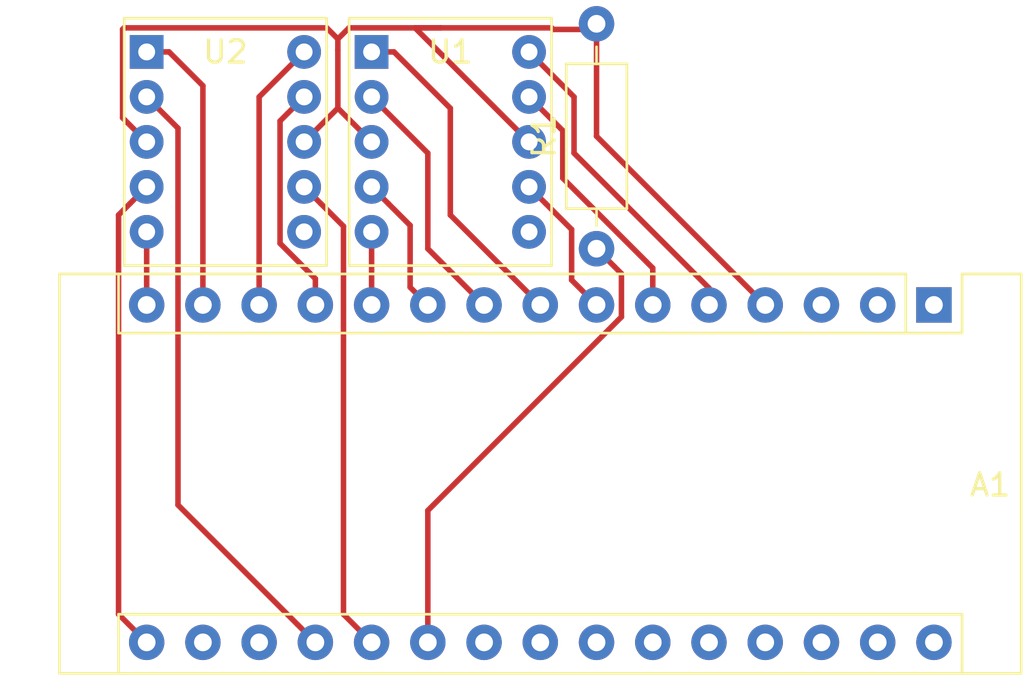
<source format=kicad_pcb>
(kicad_pcb (version 20171130) (host pcbnew 5.1.4)

  (general
    (thickness 1.6)
    (drawings 0)
    (tracks 72)
    (zones 0)
    (modules 4)
    (nets 33)
  )

  (page A4)
  (layers
    (0 F.Cu signal)
    (31 B.Cu signal)
    (32 B.Adhes user)
    (33 F.Adhes user)
    (34 B.Paste user)
    (35 F.Paste user)
    (36 B.SilkS user)
    (37 F.SilkS user)
    (38 B.Mask user)
    (39 F.Mask user)
    (40 Dwgs.User user)
    (41 Cmts.User user)
    (42 Eco1.User user)
    (43 Eco2.User user)
    (44 Edge.Cuts user)
    (45 Margin user)
    (46 B.CrtYd user)
    (47 F.CrtYd user)
    (48 B.Fab user)
    (49 F.Fab user)
  )

  (setup
    (last_trace_width 0.25)
    (trace_clearance 0.2)
    (zone_clearance 0.508)
    (zone_45_only no)
    (trace_min 0.2)
    (via_size 0.8)
    (via_drill 0.4)
    (via_min_size 0.4)
    (via_min_drill 0.3)
    (uvia_size 0.3)
    (uvia_drill 0.1)
    (uvias_allowed no)
    (uvia_min_size 0.2)
    (uvia_min_drill 0.1)
    (edge_width 0.05)
    (segment_width 0.2)
    (pcb_text_width 0.3)
    (pcb_text_size 1.5 1.5)
    (mod_edge_width 0.12)
    (mod_text_size 1 1)
    (mod_text_width 0.15)
    (pad_size 1.524 1.524)
    (pad_drill 0.762)
    (pad_to_mask_clearance 0.051)
    (solder_mask_min_width 0.25)
    (aux_axis_origin 0 0)
    (visible_elements FFFFFF7F)
    (pcbplotparams
      (layerselection 0x010fc_ffffffff)
      (usegerberextensions false)
      (usegerberattributes false)
      (usegerberadvancedattributes false)
      (creategerberjobfile false)
      (excludeedgelayer true)
      (linewidth 0.100000)
      (plotframeref false)
      (viasonmask false)
      (mode 1)
      (useauxorigin false)
      (hpglpennumber 1)
      (hpglpenspeed 20)
      (hpglpendiameter 15.000000)
      (psnegative false)
      (psa4output false)
      (plotreference true)
      (plotvalue true)
      (plotinvisibletext false)
      (padsonsilk false)
      (subtractmaskfromsilk false)
      (outputformat 1)
      (mirror false)
      (drillshape 1)
      (scaleselection 1)
      (outputdirectory ""))
  )

  (net 0 "")
  (net 1 deci_F)
  (net 2 GND)
  (net 3 deci_G)
  (net 4 unit_A)
  (net 5 "Net-(A1-Pad21)")
  (net 6 unit_B)
  (net 7 unit_C)
  (net 8 unit_D)
  (net 9 unit_E)
  (net 10 unit_F)
  (net 11 unit_G)
  (net 12 deci_A)
  (net 13 deci_B)
  (net 14 deci_C)
  (net 15 deci_D)
  (net 16 deci_E)
  (net 17 "Net-(A1-Pad1)")
  (net 18 "Net-(A1-Pad17)")
  (net 19 "Net-(A1-Pad2)")
  (net 20 "Net-(A1-Pad18)")
  (net 21 "Net-(A1-Pad3)")
  (net 22 "Net-(A1-Pad22)")
  (net 23 "Net-(A1-Pad23)")
  (net 24 "Net-(A1-Pad24)")
  (net 25 "Net-(A1-Pad25)")
  (net 26 "Net-(A1-Pad26)")
  (net 27 "Net-(A1-Pad27)")
  (net 28 "Net-(A1-Pad28)")
  (net 29 "Net-(A1-Pad29)")
  (net 30 "Net-(A1-Pad30)")
  (net 31 "Net-(U1-Pad9)")
  (net 32 "Net-(U2-Pad9)")

  (net_class Default "This is the default net class."
    (clearance 0.2)
    (trace_width 0.25)
    (via_dia 0.8)
    (via_drill 0.4)
    (uvia_dia 0.3)
    (uvia_drill 0.1)
    (add_net GND)
    (add_net "Net-(A1-Pad1)")
    (add_net "Net-(A1-Pad17)")
    (add_net "Net-(A1-Pad18)")
    (add_net "Net-(A1-Pad2)")
    (add_net "Net-(A1-Pad21)")
    (add_net "Net-(A1-Pad22)")
    (add_net "Net-(A1-Pad23)")
    (add_net "Net-(A1-Pad24)")
    (add_net "Net-(A1-Pad25)")
    (add_net "Net-(A1-Pad26)")
    (add_net "Net-(A1-Pad27)")
    (add_net "Net-(A1-Pad28)")
    (add_net "Net-(A1-Pad29)")
    (add_net "Net-(A1-Pad3)")
    (add_net "Net-(A1-Pad30)")
    (add_net "Net-(U1-Pad9)")
    (add_net "Net-(U2-Pad9)")
    (add_net deci_A)
    (add_net deci_B)
    (add_net deci_C)
    (add_net deci_D)
    (add_net deci_E)
    (add_net deci_F)
    (add_net deci_G)
    (add_net unit_A)
    (add_net unit_B)
    (add_net unit_C)
    (add_net unit_D)
    (add_net unit_E)
    (add_net unit_F)
    (add_net unit_G)
  )

  (module grip:CAI3191AH (layer F.Cu) (tedit 5DBF0BB5) (tstamp 5DC6F54F)
    (at 119.38 83.82)
    (path /5DB5FD5E)
    (fp_text reference U1 (at 3.556 0) (layer F.SilkS)
      (effects (font (size 1 1) (thickness 0.15)))
    )
    (fp_text value MAN71A (at 3.556 10.668) (layer F.Fab)
      (effects (font (size 1 1) (thickness 0.15)))
    )
    (fp_line (start -1.016 -1.524) (end 8.128 -1.524) (layer F.SilkS) (width 0.12))
    (fp_line (start 8.128 -1.524) (end 8.128 9.652) (layer F.SilkS) (width 0.12))
    (fp_line (start 8.128 9.652) (end -1.016 9.652) (layer F.SilkS) (width 0.12))
    (fp_line (start -1.016 9.652) (end -1.016 -1.524) (layer F.SilkS) (width 0.12))
    (pad 11 thru_hole rect (at 0 0) (size 1.524 1.524) (drill 0.762) (layers *.Cu *.Mask)
      (net 11 unit_G))
    (pad 1 thru_hole circle (at 7.112 0) (size 1.524 1.524) (drill 0.762) (layers *.Cu *.Mask)
      (net 4 unit_A))
    (pad 2 thru_hole circle (at 0 2.032) (size 1.524 1.524) (drill 0.762) (layers *.Cu *.Mask)
      (net 10 unit_F))
    (pad 13 thru_hole circle (at 7.112 2.032) (size 1.524 1.524) (drill 0.762) (layers *.Cu *.Mask)
      (net 6 unit_B))
    (pad 3 thru_hole circle (at 0 4.064) (size 1.524 1.524) (drill 0.762) (layers *.Cu *.Mask)
      (net 2 GND))
    (pad 14 thru_hole circle (at 7.112 4.064) (size 1.524 1.524) (drill 0.762) (layers *.Cu *.Mask)
      (net 2 GND))
    (pad 7 thru_hole circle (at 0 6.096) (size 1.524 1.524) (drill 0.762) (layers *.Cu *.Mask)
      (net 9 unit_E))
    (pad 10 thru_hole circle (at 7.112 6.096) (size 1.524 1.524) (drill 0.762) (layers *.Cu *.Mask)
      (net 7 unit_C))
    (pad 8 thru_hole circle (at 0 8.128) (size 1.524 1.524) (drill 0.762) (layers *.Cu *.Mask)
      (net 8 unit_D))
    (pad 9 thru_hole circle (at 7.112 8.128) (size 1.524 1.524) (drill 0.762) (layers *.Cu *.Mask)
      (net 31 "Net-(U1-Pad9)"))
  )

  (module grip:CAI3191AH (layer F.Cu) (tedit 5DBF0BB5) (tstamp 5DC6F561)
    (at 109.22 83.82)
    (path /5DB5EAD7)
    (fp_text reference U2 (at 3.556 0) (layer F.SilkS)
      (effects (font (size 1 1) (thickness 0.15)))
    )
    (fp_text value MAN71A (at 3.556 10.668) (layer F.Fab)
      (effects (font (size 1 1) (thickness 0.15)))
    )
    (fp_line (start -1.016 9.652) (end -1.016 -1.524) (layer F.SilkS) (width 0.12))
    (fp_line (start 8.128 9.652) (end -1.016 9.652) (layer F.SilkS) (width 0.12))
    (fp_line (start 8.128 -1.524) (end 8.128 9.652) (layer F.SilkS) (width 0.12))
    (fp_line (start -1.016 -1.524) (end 8.128 -1.524) (layer F.SilkS) (width 0.12))
    (pad 9 thru_hole circle (at 7.112 8.128) (size 1.524 1.524) (drill 0.762) (layers *.Cu *.Mask)
      (net 32 "Net-(U2-Pad9)"))
    (pad 8 thru_hole circle (at 0 8.128) (size 1.524 1.524) (drill 0.762) (layers *.Cu *.Mask)
      (net 15 deci_D))
    (pad 10 thru_hole circle (at 7.112 6.096) (size 1.524 1.524) (drill 0.762) (layers *.Cu *.Mask)
      (net 14 deci_C))
    (pad 7 thru_hole circle (at 0 6.096) (size 1.524 1.524) (drill 0.762) (layers *.Cu *.Mask)
      (net 16 deci_E))
    (pad 14 thru_hole circle (at 7.112 4.064) (size 1.524 1.524) (drill 0.762) (layers *.Cu *.Mask)
      (net 2 GND))
    (pad 3 thru_hole circle (at 0 4.064) (size 1.524 1.524) (drill 0.762) (layers *.Cu *.Mask)
      (net 2 GND))
    (pad 13 thru_hole circle (at 7.112 2.032) (size 1.524 1.524) (drill 0.762) (layers *.Cu *.Mask)
      (net 13 deci_B))
    (pad 2 thru_hole circle (at 0 2.032) (size 1.524 1.524) (drill 0.762) (layers *.Cu *.Mask)
      (net 1 deci_F))
    (pad 1 thru_hole circle (at 7.112 0) (size 1.524 1.524) (drill 0.762) (layers *.Cu *.Mask)
      (net 12 deci_A))
    (pad 11 thru_hole rect (at 0 0) (size 1.524 1.524) (drill 0.762) (layers *.Cu *.Mask)
      (net 3 deci_G))
  )

  (module Module:Arduino_Nano (layer F.Cu) (tedit 58ACAF70) (tstamp 5DC704CC)
    (at 144.78 95.25 270)
    (descr "Arduino Nano, http://www.mouser.com/pdfdocs/Gravitech_Arduino_Nano3_0.pdf")
    (tags "Arduino Nano")
    (path /5DB6812A)
    (fp_text reference A1 (at 8.128 -2.54) (layer F.SilkS)
      (effects (font (size 1 1) (thickness 0.15)))
    )
    (fp_text value Arduino_Nano_v2.x (at 8.89 19.05) (layer F.Fab)
      (effects (font (size 1 1) (thickness 0.15)))
    )
    (fp_text user %R (at 6.35 19.05) (layer F.Fab)
      (effects (font (size 1 1) (thickness 0.15)))
    )
    (fp_line (start 1.27 1.27) (end 1.27 -1.27) (layer F.SilkS) (width 0.12))
    (fp_line (start 1.27 -1.27) (end -1.4 -1.27) (layer F.SilkS) (width 0.12))
    (fp_line (start -1.4 1.27) (end -1.4 39.5) (layer F.SilkS) (width 0.12))
    (fp_line (start -1.4 -3.94) (end -1.4 -1.27) (layer F.SilkS) (width 0.12))
    (fp_line (start 13.97 -1.27) (end 16.64 -1.27) (layer F.SilkS) (width 0.12))
    (fp_line (start 13.97 -1.27) (end 13.97 36.83) (layer F.SilkS) (width 0.12))
    (fp_line (start 13.97 36.83) (end 16.64 36.83) (layer F.SilkS) (width 0.12))
    (fp_line (start 1.27 1.27) (end -1.4 1.27) (layer F.SilkS) (width 0.12))
    (fp_line (start 1.27 1.27) (end 1.27 36.83) (layer F.SilkS) (width 0.12))
    (fp_line (start 1.27 36.83) (end -1.4 36.83) (layer F.SilkS) (width 0.12))
    (fp_line (start 3.81 31.75) (end 11.43 31.75) (layer F.Fab) (width 0.1))
    (fp_line (start 11.43 31.75) (end 11.43 41.91) (layer F.Fab) (width 0.1))
    (fp_line (start 11.43 41.91) (end 3.81 41.91) (layer F.Fab) (width 0.1))
    (fp_line (start 3.81 41.91) (end 3.81 31.75) (layer F.Fab) (width 0.1))
    (fp_line (start -1.4 39.5) (end 16.64 39.5) (layer F.SilkS) (width 0.12))
    (fp_line (start 16.64 39.5) (end 16.64 -3.94) (layer F.SilkS) (width 0.12))
    (fp_line (start 16.64 -3.94) (end -1.4 -3.94) (layer F.SilkS) (width 0.12))
    (fp_line (start 16.51 39.37) (end -1.27 39.37) (layer F.Fab) (width 0.1))
    (fp_line (start -1.27 39.37) (end -1.27 -2.54) (layer F.Fab) (width 0.1))
    (fp_line (start -1.27 -2.54) (end 0 -3.81) (layer F.Fab) (width 0.1))
    (fp_line (start 0 -3.81) (end 16.51 -3.81) (layer F.Fab) (width 0.1))
    (fp_line (start 16.51 -3.81) (end 16.51 39.37) (layer F.Fab) (width 0.1))
    (fp_line (start -1.53 -4.06) (end 16.75 -4.06) (layer F.CrtYd) (width 0.05))
    (fp_line (start -1.53 -4.06) (end -1.53 42.16) (layer F.CrtYd) (width 0.05))
    (fp_line (start 16.75 42.16) (end 16.75 -4.06) (layer F.CrtYd) (width 0.05))
    (fp_line (start 16.75 42.16) (end -1.53 42.16) (layer F.CrtYd) (width 0.05))
    (pad 1 thru_hole rect (at 0 0 270) (size 1.6 1.6) (drill 0.8) (layers *.Cu *.Mask)
      (net 17 "Net-(A1-Pad1)"))
    (pad 17 thru_hole oval (at 15.24 33.02 270) (size 1.6 1.6) (drill 0.8) (layers *.Cu *.Mask)
      (net 18 "Net-(A1-Pad17)"))
    (pad 2 thru_hole oval (at 0 2.54 270) (size 1.6 1.6) (drill 0.8) (layers *.Cu *.Mask)
      (net 19 "Net-(A1-Pad2)"))
    (pad 18 thru_hole oval (at 15.24 30.48 270) (size 1.6 1.6) (drill 0.8) (layers *.Cu *.Mask)
      (net 20 "Net-(A1-Pad18)"))
    (pad 3 thru_hole oval (at 0 5.08 270) (size 1.6 1.6) (drill 0.8) (layers *.Cu *.Mask)
      (net 21 "Net-(A1-Pad3)"))
    (pad 19 thru_hole oval (at 15.24 27.94 270) (size 1.6 1.6) (drill 0.8) (layers *.Cu *.Mask)
      (net 1 deci_F))
    (pad 4 thru_hole oval (at 0 7.62 270) (size 1.6 1.6) (drill 0.8) (layers *.Cu *.Mask)
      (net 2 GND))
    (pad 20 thru_hole oval (at 15.24 25.4 270) (size 1.6 1.6) (drill 0.8) (layers *.Cu *.Mask)
      (net 14 deci_C))
    (pad 5 thru_hole oval (at 0 10.16 270) (size 1.6 1.6) (drill 0.8) (layers *.Cu *.Mask)
      (net 4 unit_A))
    (pad 21 thru_hole oval (at 15.24 22.86 270) (size 1.6 1.6) (drill 0.8) (layers *.Cu *.Mask)
      (net 5 "Net-(A1-Pad21)"))
    (pad 6 thru_hole oval (at 0 12.7 270) (size 1.6 1.6) (drill 0.8) (layers *.Cu *.Mask)
      (net 6 unit_B))
    (pad 22 thru_hole oval (at 15.24 20.32 270) (size 1.6 1.6) (drill 0.8) (layers *.Cu *.Mask)
      (net 22 "Net-(A1-Pad22)"))
    (pad 7 thru_hole oval (at 0 15.24 270) (size 1.6 1.6) (drill 0.8) (layers *.Cu *.Mask)
      (net 7 unit_C))
    (pad 23 thru_hole oval (at 15.24 17.78 270) (size 1.6 1.6) (drill 0.8) (layers *.Cu *.Mask)
      (net 23 "Net-(A1-Pad23)"))
    (pad 8 thru_hole oval (at 0 17.78 270) (size 1.6 1.6) (drill 0.8) (layers *.Cu *.Mask)
      (net 11 unit_G))
    (pad 24 thru_hole oval (at 15.24 15.24 270) (size 1.6 1.6) (drill 0.8) (layers *.Cu *.Mask)
      (net 24 "Net-(A1-Pad24)"))
    (pad 9 thru_hole oval (at 0 20.32 270) (size 1.6 1.6) (drill 0.8) (layers *.Cu *.Mask)
      (net 10 unit_F))
    (pad 25 thru_hole oval (at 15.24 12.7 270) (size 1.6 1.6) (drill 0.8) (layers *.Cu *.Mask)
      (net 25 "Net-(A1-Pad25)"))
    (pad 10 thru_hole oval (at 0 22.86 270) (size 1.6 1.6) (drill 0.8) (layers *.Cu *.Mask)
      (net 9 unit_E))
    (pad 26 thru_hole oval (at 15.24 10.16 270) (size 1.6 1.6) (drill 0.8) (layers *.Cu *.Mask)
      (net 26 "Net-(A1-Pad26)"))
    (pad 11 thru_hole oval (at 0 25.4 270) (size 1.6 1.6) (drill 0.8) (layers *.Cu *.Mask)
      (net 8 unit_D))
    (pad 27 thru_hole oval (at 15.24 7.62 270) (size 1.6 1.6) (drill 0.8) (layers *.Cu *.Mask)
      (net 27 "Net-(A1-Pad27)"))
    (pad 12 thru_hole oval (at 0 27.94 270) (size 1.6 1.6) (drill 0.8) (layers *.Cu *.Mask)
      (net 13 deci_B))
    (pad 28 thru_hole oval (at 15.24 5.08 270) (size 1.6 1.6) (drill 0.8) (layers *.Cu *.Mask)
      (net 28 "Net-(A1-Pad28)"))
    (pad 13 thru_hole oval (at 0 30.48 270) (size 1.6 1.6) (drill 0.8) (layers *.Cu *.Mask)
      (net 12 deci_A))
    (pad 29 thru_hole oval (at 15.24 2.54 270) (size 1.6 1.6) (drill 0.8) (layers *.Cu *.Mask)
      (net 29 "Net-(A1-Pad29)"))
    (pad 14 thru_hole oval (at 0 33.02 270) (size 1.6 1.6) (drill 0.8) (layers *.Cu *.Mask)
      (net 3 deci_G))
    (pad 30 thru_hole oval (at 15.24 0 270) (size 1.6 1.6) (drill 0.8) (layers *.Cu *.Mask)
      (net 30 "Net-(A1-Pad30)"))
    (pad 15 thru_hole oval (at 0 35.56 270) (size 1.6 1.6) (drill 0.8) (layers *.Cu *.Mask)
      (net 15 deci_D))
    (pad 16 thru_hole oval (at 15.24 35.56 270) (size 1.6 1.6) (drill 0.8) (layers *.Cu *.Mask)
      (net 16 deci_E))
    (model ${KISYS3DMOD}/Module.3dshapes/Arduino_Nano_WithMountingHoles.wrl
      (at (xyz 0 0 0))
      (scale (xyz 1 1 1))
      (rotate (xyz 0 0 0))
    )
  )

  (module Resistor_THT:R_Axial_DIN0207_L6.3mm_D2.5mm_P10.16mm_Horizontal (layer F.Cu) (tedit 5AE5139B) (tstamp 5DC6F53D)
    (at 129.54 92.71 90)
    (descr "Resistor, Axial_DIN0207 series, Axial, Horizontal, pin pitch=10.16mm, 0.25W = 1/4W, length*diameter=6.3*2.5mm^2, http://cdn-reichelt.de/documents/datenblatt/B400/1_4W%23YAG.pdf")
    (tags "Resistor Axial_DIN0207 series Axial Horizontal pin pitch 10.16mm 0.25W = 1/4W length 6.3mm diameter 2.5mm")
    (path /5DB636F7)
    (fp_text reference R1 (at 5.08 -2.37 90) (layer F.SilkS)
      (effects (font (size 1 1) (thickness 0.15)))
    )
    (fp_text value 1k (at 5.08 2.37 90) (layer F.Fab)
      (effects (font (size 1 1) (thickness 0.15)))
    )
    (fp_line (start 1.93 -1.25) (end 1.93 1.25) (layer F.Fab) (width 0.1))
    (fp_line (start 1.93 1.25) (end 8.23 1.25) (layer F.Fab) (width 0.1))
    (fp_line (start 8.23 1.25) (end 8.23 -1.25) (layer F.Fab) (width 0.1))
    (fp_line (start 8.23 -1.25) (end 1.93 -1.25) (layer F.Fab) (width 0.1))
    (fp_line (start 0 0) (end 1.93 0) (layer F.Fab) (width 0.1))
    (fp_line (start 10.16 0) (end 8.23 0) (layer F.Fab) (width 0.1))
    (fp_line (start 1.81 -1.37) (end 1.81 1.37) (layer F.SilkS) (width 0.12))
    (fp_line (start 1.81 1.37) (end 8.35 1.37) (layer F.SilkS) (width 0.12))
    (fp_line (start 8.35 1.37) (end 8.35 -1.37) (layer F.SilkS) (width 0.12))
    (fp_line (start 8.35 -1.37) (end 1.81 -1.37) (layer F.SilkS) (width 0.12))
    (fp_line (start 1.04 0) (end 1.81 0) (layer F.SilkS) (width 0.12))
    (fp_line (start 9.12 0) (end 8.35 0) (layer F.SilkS) (width 0.12))
    (fp_line (start -1.05 -1.5) (end -1.05 1.5) (layer F.CrtYd) (width 0.05))
    (fp_line (start -1.05 1.5) (end 11.21 1.5) (layer F.CrtYd) (width 0.05))
    (fp_line (start 11.21 1.5) (end 11.21 -1.5) (layer F.CrtYd) (width 0.05))
    (fp_line (start 11.21 -1.5) (end -1.05 -1.5) (layer F.CrtYd) (width 0.05))
    (fp_text user %R (at 5.08 0 90) (layer F.Fab)
      (effects (font (size 1 1) (thickness 0.15)))
    )
    (pad 1 thru_hole circle (at 0 0 90) (size 1.6 1.6) (drill 0.8) (layers *.Cu *.Mask)
      (net 5 "Net-(A1-Pad21)"))
    (pad 2 thru_hole oval (at 10.16 0 90) (size 1.6 1.6) (drill 0.8) (layers *.Cu *.Mask)
      (net 2 GND))
    (model ${KISYS3DMOD}/Resistor_THT.3dshapes/R_Axial_DIN0207_L6.3mm_D2.5mm_P10.16mm_Horizontal.wrl
      (at (xyz 0 0 0))
      (scale (xyz 1 1 1))
      (rotate (xyz 0 0 0))
    )
  )

  (segment (start 116.040001 109.690001) (end 116.84 110.49) (width 0.25) (layer F.Cu) (net 1))
  (segment (start 110.634999 104.284999) (end 116.040001 109.690001) (width 0.25) (layer F.Cu) (net 1))
  (segment (start 110.634999 87.266999) (end 110.634999 104.284999) (width 0.25) (layer F.Cu) (net 1))
  (segment (start 109.22 85.852) (end 110.634999 87.266999) (width 0.25) (layer F.Cu) (net 1))
  (segment (start 117.856 86.36) (end 116.332 87.884) (width 0.25) (layer F.Cu) (net 2))
  (segment (start 117.856 83.735238) (end 117.856 86.36) (width 0.25) (layer F.Cu) (net 2))
  (segment (start 119.38 87.884) (end 117.856 86.36) (width 0.25) (layer F.Cu) (net 2))
  (segment (start 117.856 83.735238) (end 117.856 83.234998) (width 0.25) (layer F.Cu) (net 2))
  (segment (start 117.354001 82.732999) (end 117.856 83.234998) (width 0.25) (layer F.Cu) (net 2))
  (segment (start 108.132999 82.797999) (end 108.197999 82.732999) (width 0.25) (layer F.Cu) (net 2))
  (segment (start 109.22 87.884) (end 108.132999 86.796999) (width 0.25) (layer F.Cu) (net 2))
  (segment (start 108.197999 82.732999) (end 117.354001 82.732999) (width 0.25) (layer F.Cu) (net 2))
  (segment (start 108.132999 86.796999) (end 108.132999 82.797999) (width 0.25) (layer F.Cu) (net 2))
  (segment (start 129.54 87.63) (end 129.54 82.55) (width 0.25) (layer F.Cu) (net 2))
  (segment (start 137.16 95.25) (end 129.54 87.63) (width 0.25) (layer F.Cu) (net 2))
  (segment (start 118.357999 82.732999) (end 117.856 83.234998) (width 0.25) (layer F.Cu) (net 2))
  (segment (start 127.579001 82.804) (end 127.508 82.732999) (width 0.25) (layer F.Cu) (net 2))
  (segment (start 129.54 82.55) (end 129.286 82.804) (width 0.25) (layer F.Cu) (net 2))
  (segment (start 129.286 82.804) (end 127.579001 82.804) (width 0.25) (layer F.Cu) (net 2))
  (segment (start 122.499001 82.732999) (end 121.340999 82.732999) (width 0.25) (layer F.Cu) (net 2))
  (segment (start 127.508 82.732999) (end 122.499001 82.732999) (width 0.25) (layer F.Cu) (net 2))
  (segment (start 122.499001 82.732999) (end 118.357999 82.732999) (width 0.25) (layer F.Cu) (net 2))
  (segment (start 126.492 87.884) (end 121.340999 82.732999) (width 0.25) (layer F.Cu) (net 2))
  (segment (start 110.232 83.82) (end 109.22 83.82) (width 0.25) (layer F.Cu) (net 3))
  (segment (start 111.76 85.348) (end 110.232 83.82) (width 0.25) (layer F.Cu) (net 3))
  (segment (start 111.76 95.25) (end 111.76 85.348) (width 0.25) (layer F.Cu) (net 3))
  (segment (start 128.524 85.852) (end 126.492 83.82) (width 0.25) (layer F.Cu) (net 4))
  (segment (start 128.524 88.392) (end 128.524 85.852) (width 0.25) (layer F.Cu) (net 4))
  (segment (start 134.62 95.25) (end 134.62 94.488) (width 0.25) (layer F.Cu) (net 4))
  (segment (start 134.62 94.488) (end 128.524 88.392) (width 0.25) (layer F.Cu) (net 4))
  (segment (start 130.339999 93.509999) (end 129.54 92.71) (width 0.25) (layer F.Cu) (net 5))
  (segment (start 130.665001 93.835001) (end 130.339999 93.509999) (width 0.25) (layer F.Cu) (net 5))
  (segment (start 130.665001 95.790001) (end 130.665001 93.835001) (width 0.25) (layer F.Cu) (net 5))
  (segment (start 121.92 104.535002) (end 130.665001 95.790001) (width 0.25) (layer F.Cu) (net 5))
  (segment (start 121.92 110.49) (end 121.92 104.535002) (width 0.25) (layer F.Cu) (net 5))
  (segment (start 132.08 94.11863) (end 132.08 95.25) (width 0.25) (layer F.Cu) (net 6))
  (segment (start 132.08 93.584998) (end 132.08 94.11863) (width 0.25) (layer F.Cu) (net 6))
  (segment (start 128.016 89.520998) (end 132.08 93.584998) (width 0.25) (layer F.Cu) (net 6))
  (segment (start 126.492 85.852) (end 128.016 87.376) (width 0.25) (layer F.Cu) (net 6))
  (segment (start 128.016 87.376) (end 128.016 89.520998) (width 0.25) (layer F.Cu) (net 6))
  (segment (start 127.253999 90.677999) (end 126.492 89.916) (width 0.25) (layer F.Cu) (net 7))
  (segment (start 128.414999 91.838999) (end 127.253999 90.677999) (width 0.25) (layer F.Cu) (net 7))
  (segment (start 128.414999 94.124999) (end 128.414999 91.838999) (width 0.25) (layer F.Cu) (net 7))
  (segment (start 129.54 95.25) (end 128.414999 94.124999) (width 0.25) (layer F.Cu) (net 7))
  (segment (start 119.38 95.25) (end 119.38 91.948) (width 0.25) (layer F.Cu) (net 8))
  (segment (start 120.141999 90.677999) (end 119.38 89.916) (width 0.25) (layer F.Cu) (net 9))
  (segment (start 121.92 95.25) (end 121.120001 94.450001) (width 0.25) (layer F.Cu) (net 9))
  (segment (start 121.120001 91.656001) (end 120.141999 90.677999) (width 0.25) (layer F.Cu) (net 9))
  (segment (start 121.120001 94.450001) (end 121.120001 91.656001) (width 0.25) (layer F.Cu) (net 9))
  (segment (start 121.92 92.71) (end 124.46 95.25) (width 0.25) (layer F.Cu) (net 10))
  (segment (start 121.92 88.392) (end 121.92 92.71) (width 0.25) (layer F.Cu) (net 10))
  (segment (start 119.38 85.852) (end 121.92 88.392) (width 0.25) (layer F.Cu) (net 10))
  (segment (start 127 95.25) (end 122.936 91.186) (width 0.25) (layer F.Cu) (net 11))
  (segment (start 120.392 83.82) (end 119.38 83.82) (width 0.25) (layer F.Cu) (net 11))
  (segment (start 122.936 86.364) (end 120.392 83.82) (width 0.25) (layer F.Cu) (net 11))
  (segment (start 122.936 91.186) (end 122.936 86.364) (width 0.25) (layer F.Cu) (net 11))
  (segment (start 114.3 85.852) (end 116.332 83.82) (width 0.25) (layer F.Cu) (net 12))
  (segment (start 114.3 95.25) (end 114.3 85.852) (width 0.25) (layer F.Cu) (net 12))
  (segment (start 115.570001 86.613999) (end 116.332 85.852) (width 0.25) (layer F.Cu) (net 13))
  (segment (start 115.244999 86.939001) (end 115.570001 86.613999) (width 0.25) (layer F.Cu) (net 13))
  (segment (start 116.84 94.064762) (end 115.244999 92.469761) (width 0.25) (layer F.Cu) (net 13))
  (segment (start 115.244999 92.469761) (end 115.244999 86.939001) (width 0.25) (layer F.Cu) (net 13))
  (segment (start 116.84 95.25) (end 116.84 94.064762) (width 0.25) (layer F.Cu) (net 13))
  (segment (start 117.093999 90.677999) (end 116.332 89.916) (width 0.25) (layer F.Cu) (net 14))
  (segment (start 118.11 109.22) (end 118.11 91.694) (width 0.25) (layer F.Cu) (net 14))
  (segment (start 118.11 91.694) (end 117.093999 90.677999) (width 0.25) (layer F.Cu) (net 14))
  (segment (start 119.38 110.49) (end 118.11 109.22) (width 0.25) (layer F.Cu) (net 14))
  (segment (start 109.22 95.25) (end 109.22 91.948) (width 0.25) (layer F.Cu) (net 15))
  (segment (start 107.95 91.186) (end 108.458001 90.677999) (width 0.25) (layer F.Cu) (net 16))
  (segment (start 107.95 109.22) (end 107.95 91.186) (width 0.25) (layer F.Cu) (net 16))
  (segment (start 108.458001 90.677999) (end 109.22 89.916) (width 0.25) (layer F.Cu) (net 16))
  (segment (start 109.22 110.49) (end 107.95 109.22) (width 0.25) (layer F.Cu) (net 16))

)

</source>
